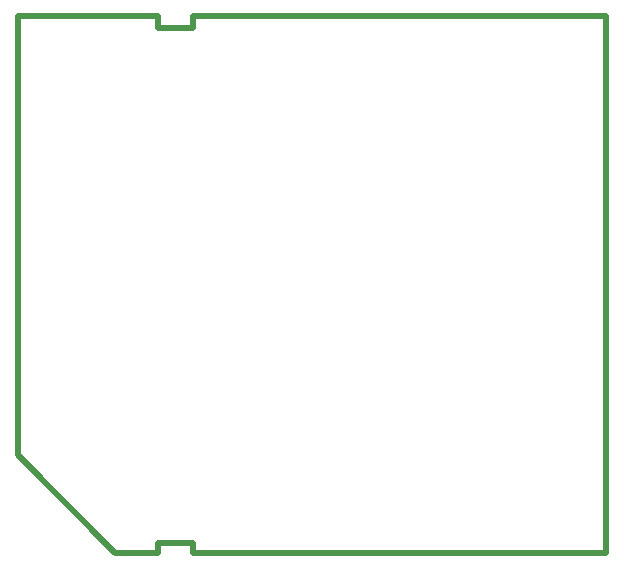
<source format=gko>
%FSLAX33Y33*%
%MOMM*%
%ADD10C,0.508*%
D10*
%LNpath-0*%
G01*
X0175Y8400D02*
X8400Y0100D01*
X12000Y0100*
X12000Y1000*
X15000Y1000*
X15000Y0100*
X50000Y0100*
X50000Y45600*
X15000Y45600*
X15000Y44600*
X12000Y44600*
X12000Y45600*
X0175Y45600*
X0175Y8400*
%LNmechanical details_traces*%
M02*
</source>
